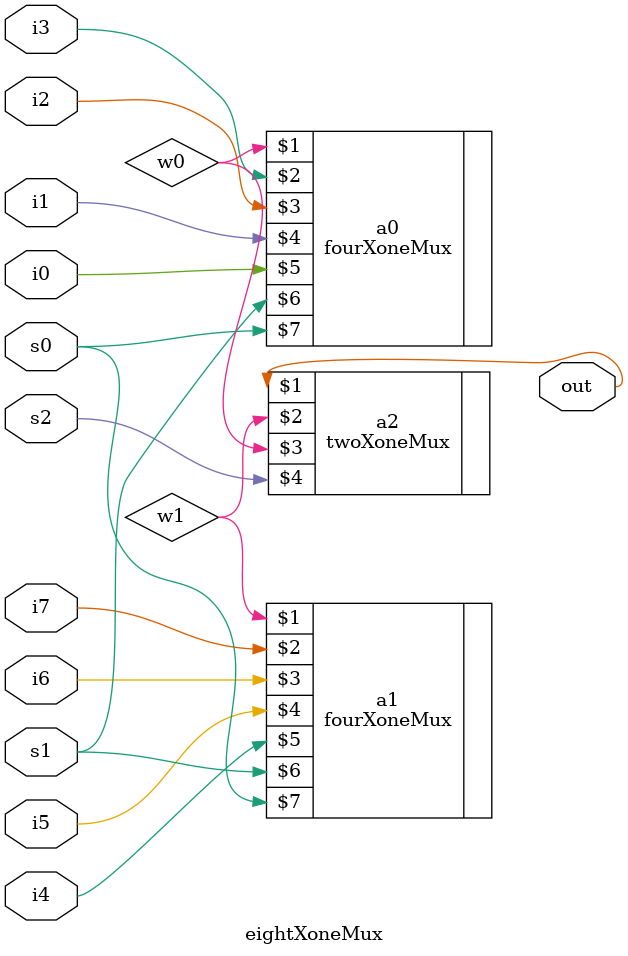
<source format=v>
`include "../fourXoneMux/fourXoneMux.v"

module eightXoneMux (
    output out,input i7,i6,i5,i4,i3,i2,i1,i0,s2,s1,s0
);
    wire w0,w1,w2;
    fourXoneMux a0(w0,i3,i2,i1,i0,s1,s0);
    fourXoneMux a1(w1,i7,i6,i5,i4,s1,s0);
    twoXoneMux a2(out,w1,w0,s2);
endmodule
</source>
